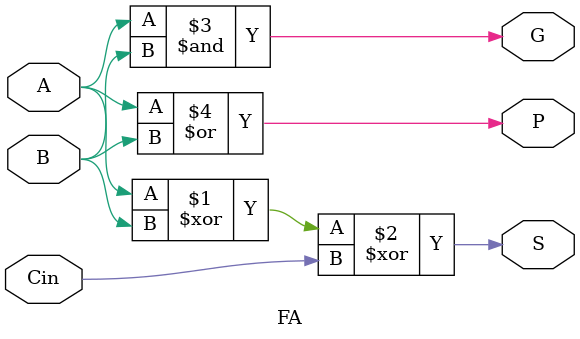
<source format=v>

module FA (A,B,Cin,G,P,S);
input A,B,Cin;
output G,P,S;

xor (S, A, B, Cin);

assign G = A & B;
assign P = A | B;

endmodule

</source>
